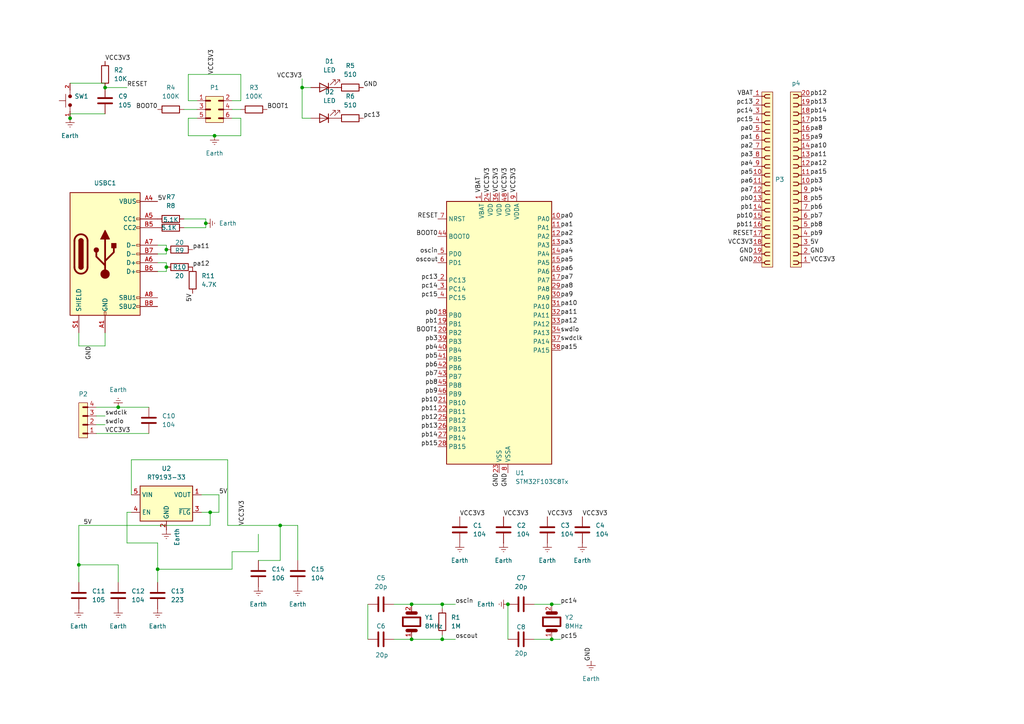
<source format=kicad_sch>
(kicad_sch (version 20250114) (generator "eeschema") (generator_version "9.0")
  (paper "A4")
  (lib_symbols
    (symbol "Connector:USB_C_Receptacle_USB2.0_16P" (pin_names (offset 1.016))
      (property "Reference" "J" (at 0 22.225 0))
      (property "Value" "USB_C_Receptacle_USB2.0_16P" (at 0 19.685 0))
      (symbol "USB_C_Receptacle_USB2.0_16P_0_0"
        (rectangle (start -0.254 -17.78) (end 0.254 -16.764))
        (rectangle (start 10.16 15.494) (end 9.144 14.986))
        (rectangle (start 10.16 10.414) (end 9.144 9.906))
        (rectangle (start 10.16 7.874) (end 9.144 7.366))
        (rectangle (start 10.16 2.794) (end 9.144 2.286))
        (rectangle (start 10.16 0.254) (end 9.144 -0.254))
        (rectangle (start 10.16 -2.286) (end 9.144 -2.794))
        (rectangle (start 10.16 -4.826) (end 9.144 -5.334))
        (rectangle (start 10.16 -12.446) (end 9.144 -12.954))
        (rectangle (start 10.16 -14.986) (end 9.144 -15.494))
      )
      (symbol "USB_C_Receptacle_USB2.0_16P_0_1"
        (rectangle (start -10.16 17.78) (end 10.16 -17.78) (stroke (width 0.254)) (fill (type background)))
        (polyline (pts (xy -8.89 -3.81) (xy -8.89 3.81)) (stroke (width 0.508)))
        (rectangle (start -7.62 -3.81) (end -6.35 3.81) (stroke (width 0.254)) (fill (type outline)))
        (arc (start -7.62 3.81) (mid -6.985 4.4423) (end -6.35 3.81) (stroke (width 0.254)))
        (arc (start -7.62 3.81) (mid -6.985 4.4423) (end -6.35 3.81) (stroke (width 0.254)) (fill (type outline)))
        (arc (start -8.89 3.81) (mid -6.985 5.7067) (end -5.08 3.81) (stroke (width 0.508)))
        (arc (start -5.08 -3.81) (mid -6.985 -5.7067) (end -8.89 -3.81) (stroke (width 0.508)))
        (arc (start -6.35 -3.81) (mid -6.985 -4.4423) (end -7.62 -3.81) (stroke (width 0.254)))
        (arc (start -6.35 -3.81) (mid -6.985 -4.4423) (end -7.62 -3.81) (stroke (width 0.254)) (fill (type outline)))
        (polyline (pts (xy -5.08 3.81) (xy -5.08 -3.81)) (stroke (width 0.508)))
        (circle (center -2.54 1.143) (radius 0.635) (stroke (width 0.254)) (fill (type outline)))
        (polyline (pts (xy -1.27 4.318) (xy 0 6.858) (xy 1.27 4.318) (xy -1.27 4.318)) (stroke (width 0.254)) (fill (type outline)))
        (polyline (pts (xy 0 -2.032) (xy 2.54 0.508) (xy 2.54 1.778)) (stroke (width 0.508)))
        (polyline (pts (xy 0 -3.302) (xy -2.54 -0.762) (xy -2.54 0.508)) (stroke (width 0.508)))
        (polyline (pts (xy 0 -5.842) (xy 0 4.318)) (stroke (width 0.508)))
        (circle (center 0 -5.842) (radius 1.27) (fill (type outline)))
        (rectangle (start 1.905 1.778) (end 3.175 3.048) (stroke (width 0.254)) (fill (type outline)))
      )
      (symbol "USB_C_Receptacle_USB2.0_16P_1_1"
        (pin passive line (at -7.62 -22.86 90) (length 5.08) (name "SHIELD") (number "S1"))
        (pin passive line (at 0 -22.86 90) (length 5.08) (name "GND") (number "A1"))
        (pin passive line (at 0 -22.86 90) (length 5.08) (hide yes) (name "GND") (number "A12"))
        (pin passive line (at 0 -22.86 90) (length 5.08) (hide yes) (name "GND") (number "B1"))
        (pin passive line (at 0 -22.86 90) (length 5.08) (hide yes) (name "GND") (number "B12"))
        (pin passive line (at 15.24 15.24 180) (length 5.08) (name "VBUS") (number "A4"))
        (pin passive line (at 15.24 15.24 180) (length 5.08) (hide yes) (name "VBUS") (number "A9"))
        (pin passive line (at 15.24 15.24 180) (length 5.08) (hide yes) (name "VBUS") (number "B4"))
        (pin passive line (at 15.24 15.24 180) (length 5.08) (hide yes) (name "VBUS") (number "B9"))
        (pin bidirectional line (at 15.24 10.16 180) (length 5.08) (name "CC1") (number "A5"))
        (pin bidirectional line (at 15.24 7.62 180) (length 5.08) (name "CC2") (number "B5"))
        (pin bidirectional line (at 15.24 2.54 180) (length 5.08) (name "D-") (number "A7"))
        (pin bidirectional line (at 15.24 0 180) (length 5.08) (name "D-") (number "B7"))
        (pin bidirectional line (at 15.24 -2.54 180) (length 5.08) (name "D+") (number "A6"))
        (pin bidirectional line (at 15.24 -5.08 180) (length 5.08) (name "D+") (number "B6"))
        (pin bidirectional line (at 15.24 -12.7 180) (length 5.08) (name "SBU1") (number "A8"))
        (pin bidirectional line (at 15.24 -15.24 180) (length 5.08) (name "SBU2") (number "B8"))
      )
    )
    (symbol "Device:C" (pin_numbers (hide yes)) (pin_names (offset 0.254))
      (property "Reference" "C" (at 0.635 2.54 0))
      (property "Value" "C" (at 0.635 -2.54 0))
      (symbol "C_0_1"
        (polyline (pts (xy -2.032 0.762) (xy 2.032 0.762)) (stroke (width 0.508)))
        (polyline (pts (xy -2.032 -0.762) (xy 2.032 -0.762)) (stroke (width 0.508)))
      )
      (symbol "C_1_1"
        (pin passive line (at 0 3.81 270) (length 2.794) (name "~") (number "1"))
        (pin passive line (at 0 -3.81 90) (length 2.794) (name "~") (number "2"))
      )
    )
    (symbol "Device:LED" (pin_numbers (hide yes)) (pin_names (offset 1.016) (hide yes))
      (property "Reference" "D" (at 0 2.54 0))
      (property "Value" "LED" (at 0 -2.54 0))
      (symbol "LED_0_1"
        (polyline (pts (xy -3.048 -0.762) (xy -4.572 -2.286) (xy -3.81 -2.286) (xy -4.572 -2.286) (xy -4.572 -1.524)))
        (polyline (pts (xy -1.778 -0.762) (xy -3.302 -2.286) (xy -2.54 -2.286) (xy -3.302 -2.286) (xy -3.302 -1.524)))
        (polyline (pts (xy -1.27 0) (xy 1.27 0)))
        (polyline (pts (xy -1.27 -1.27) (xy -1.27 1.27)) (stroke (width 0.254)))
        (polyline (pts (xy 1.27 -1.27) (xy 1.27 1.27) (xy -1.27 0) (xy 1.27 -1.27)) (stroke (width 0.254)))
      )
      (symbol "LED_1_1"
        (pin passive line (at -3.81 0 0) (length 2.54) (name "K") (number "1"))
        (pin passive line (at 3.81 0 180) (length 2.54) (name "A") (number "2"))
      )
    )
    (symbol "Device:R" (pin_numbers (hide yes)) (pin_names (offset 0))
      (property "Reference" "R" (at 2.032 0 90))
      (property "Value" "R" (at 0 0 90))
      (symbol "R_0_1"
        (rectangle (start -1.016 -2.54) (end 1.016 2.54) (stroke (width 0.254)))
      )
      (symbol "R_1_1"
        (pin passive line (at 0 3.81 270) (length 1.27) (name "~") (number "1"))
        (pin passive line (at 0 -3.81 90) (length 1.27) (name "~") (number "2"))
      )
    )
    (symbol "MCU_ST_STM32F1:STM32F103C8Tx"
      (property "Reference" "U" (at -15.24 39.37 0))
      (property "Value" "STM32F103C8Tx" (at 7.62 39.37 0))
      (symbol "STM32F103C8Tx_0_1"
        (rectangle (start -15.24 -38.1) (end 15.24 38.1) (stroke (width 0.254)) (fill (type background)))
      )
      (symbol "STM32F103C8Tx_1_1"
        (pin input line (at -17.78 33.02 0) (length 2.54) (name "NRST") (number "7"))
        (pin input line (at -17.78 27.94 0) (length 2.54) (name "BOOT0") (number "44"))
        (pin bidirectional line (at -17.78 22.86 0) (length 2.54) (name "PD0") (number "5"))
        (pin bidirectional line (at -17.78 20.32 0) (length 2.54) (name "PD1") (number "6"))
        (pin bidirectional line (at -17.78 15.24 0) (length 2.54) (name "PC13") (number "2"))
        (pin bidirectional line (at -17.78 12.7 0) (length 2.54) (name "PC14") (number "3"))
        (pin bidirectional line (at -17.78 10.16 0) (length 2.54) (name "PC15") (number "4"))
        (pin bidirectional line (at -17.78 5.08 0) (length 2.54) (name "PB0") (number "18"))
        (pin bidirectional line (at -17.78 2.54 0) (length 2.54) (name "PB1") (number "19"))
        (pin bidirectional line (at -17.78 0 0) (length 2.54) (name "PB2") (number "20"))
        (pin bidirectional line (at -17.78 -2.54 0) (length 2.54) (name "PB3") (number "39"))
        (pin bidirectional line (at -17.78 -5.08 0) (length 2.54) (name "PB4") (number "40"))
        (pin bidirectional line (at -17.78 -7.62 0) (length 2.54) (name "PB5") (number "41"))
        (pin bidirectional line (at -17.78 -10.16 0) (length 2.54) (name "PB6") (number "42"))
        (pin bidirectional line (at -17.78 -12.7 0) (length 2.54) (name "PB7") (number "43"))
        (pin bidirectional line (at -17.78 -15.24 0) (length 2.54) (name "PB8") (number "45"))
        (pin bidirectional line (at -17.78 -17.78 0) (length 2.54) (name "PB9") (number "46"))
        (pin bidirectional line (at -17.78 -20.32 0) (length 2.54) (name "PB10") (number "21"))
        (pin bidirectional line (at -17.78 -22.86 0) (length 2.54) (name "PB11") (number "22"))
        (pin bidirectional line (at -17.78 -25.4 0) (length 2.54) (name "PB12") (number "25"))
        (pin bidirectional line (at -17.78 -27.94 0) (length 2.54) (name "PB13") (number "26"))
        (pin bidirectional line (at -17.78 -30.48 0) (length 2.54) (name "PB14") (number "27"))
        (pin bidirectional line (at -17.78 -33.02 0) (length 2.54) (name "PB15") (number "28"))
        (pin power_in line (at -5.08 40.64 270) (length 2.54) (name "VBAT") (number "1"))
        (pin power_in line (at -2.54 40.64 270) (length 2.54) (name "VDD") (number "24"))
        (pin power_in line (at 0 40.64 270) (length 2.54) (name "VDD") (number "36"))
        (pin power_in line (at 0 -40.64 90) (length 2.54) (name "VSS") (number "23"))
        (pin passive line (at 0 -40.64 90) (length 2.54) (hide yes) (name "VSS") (number "35"))
        (pin passive line (at 0 -40.64 90) (length 2.54) (hide yes) (name "VSS") (number "47"))
        (pin power_in line (at 2.54 40.64 270) (length 2.54) (name "VDD") (number "48"))
        (pin power_in line (at 2.54 -40.64 90) (length 2.54) (name "VSSA") (number "8"))
        (pin power_in line (at 5.08 40.64 270) (length 2.54) (name "VDDA") (number "9"))
        (pin bidirectional line (at 17.78 33.02 180) (length 2.54) (name "PA0") (number "10"))
        (pin bidirectional line (at 17.78 30.48 180) (length 2.54) (name "PA1") (number "11"))
        (pin bidirectional line (at 17.78 27.94 180) (length 2.54) (name "PA2") (number "12"))
        (pin bidirectional line (at 17.78 25.4 180) (length 2.54) (name "PA3") (number "13"))
        (pin bidirectional line (at 17.78 22.86 180) (length 2.54) (name "PA4") (number "14"))
        (pin bidirectional line (at 17.78 20.32 180) (length 2.54) (name "PA5") (number "15"))
        (pin bidirectional line (at 17.78 17.78 180) (length 2.54) (name "PA6") (number "16"))
        (pin bidirectional line (at 17.78 15.24 180) (length 2.54) (name "PA7") (number "17"))
        (pin bidirectional line (at 17.78 12.7 180) (length 2.54) (name "PA8") (number "29"))
        (pin bidirectional line (at 17.78 10.16 180) (length 2.54) (name "PA9") (number "30"))
        (pin bidirectional line (at 17.78 7.62 180) (length 2.54) (name "PA10") (number "31"))
        (pin bidirectional line (at 17.78 5.08 180) (length 2.54) (name "PA11") (number "32"))
        (pin bidirectional line (at 17.78 2.54 180) (length 2.54) (name "PA12") (number "33"))
        (pin bidirectional line (at 17.78 0 180) (length 2.54) (name "PA13") (number "34"))
        (pin bidirectional line (at 17.78 -2.54 180) (length 2.54) (name "PA14") (number "37"))
        (pin bidirectional line (at 17.78 -5.08 180) (length 2.54) (name "PA15") (number "38"))
      )
    )
    (symbol "PCM_SL_Devices:Crystal_8MHz"
      (property "Reference" "Y" (at 0 7.62 0))
      (property "Value" "Crystal_8MHz" (at 0 5.08 0))
      (symbol "Crystal_8MHz_0_1"
        (polyline (pts (xy -2.54 1.27) (xy -2.54 -1.27)) (stroke (width 1)))
        (rectangle (start -1.27 2.54) (end 1.27 -2.54) (stroke (width 0.5)))
        (polyline (pts (xy 2.54 1.27) (xy 2.54 -1.27)) (stroke (width 1)))
      )
      (symbol "Crystal_8MHz_1_1"
        (pin passive line (at -5.08 0 0) (length 2.54) (name "") (number "1"))
        (pin passive line (at 5.08 0 180) (length 2.54) (name "") (number "2"))
      )
    )
    (symbol "PCM_SL_Devices:Push_Button"
      (property "Reference" "SW" (at 0 6.35 0))
      (property "Value" "Push_Button" (at 0 4.445 0))
      (symbol "Push_Button_0_1"
        (polyline (pts (xy -3.175 0) (xy -1.778 0)))
        (polyline (pts (xy -1.905 1.27) (xy 1.905 1.27)))
        (circle (center -1.27 0) (radius 0.4579) (fill (type outline)))
        (polyline (pts (xy 0 1.27) (xy 0 3.175)))
        (circle (center 1.27 0) (radius 0.4579) (fill (type outline)))
        (polyline (pts (xy 1.778 0) (xy 3.175 0)))
      )
      (symbol "Push_Button_1_1"
        (pin passive line (at -5.08 0 0) (length 2) (name "") (number "1"))
        (pin passive line (at 5.08 0 180) (length 2) (name "") (number "2"))
      )
    )
    (symbol "PCM_SL_Pin_Headers:PINHD_1x20_Female"
      (property "Reference" "J" (at 0 30.48 0))
      (property "Value" "PINHD_1x20_Female" (at 0 27.94 0))
      (symbol "PINHD_1x20_Female_0_1"
        (rectangle (start -1.27 25.4) (end 1.905 -25.4) (fill (type background)))
        (polyline (pts (xy -1.27 24.13) (xy -0.508 24.13)) (stroke (width 0.25)))
        (polyline (pts (xy -1.27 21.59) (xy -0.508 21.59)) (stroke (width 0.25)))
        (polyline (pts (xy -1.27 19.05) (xy -0.508 19.05)) (stroke (width 0.25)))
        (polyline (pts (xy -1.27 16.51) (xy -0.508 16.51)) (stroke (width 0.25)))
        (polyline (pts (xy -1.27 13.97) (xy -0.508 13.97)) (stroke (width 0.25)))
        (polyline (pts (xy -1.27 11.43) (xy -0.508 11.43)) (stroke (width 0.25)))
        (polyline (pts (xy -1.27 8.89) (xy -0.508 8.89)) (stroke (width 0.25)))
        (polyline (pts (xy -1.27 6.35) (xy -0.508 6.35)) (stroke (width 0.25)))
        (polyline (pts (xy -1.27 3.81) (xy -0.508 3.81)) (stroke (width 0.25)))
        (polyline (pts (xy -1.27 1.27) (xy -0.508 1.27)) (stroke (width 0.25)))
        (polyline (pts (xy -1.27 -1.27) (xy -0.508 -1.27)) (stroke (width 0.25)))
        (polyline (pts (xy -1.27 -3.81) (xy -0.508 -3.81)) (stroke (width 0.25)))
        (polyline (pts (xy -1.27 -6.35) (xy -0.508 -6.35)) (stroke (width 0.25)))
        (polyline (pts (xy -1.27 -8.89) (xy -0.508 -8.89)) (stroke (width 0.25)))
        (polyline (pts (xy -1.27 -11.43) (xy -0.508 -11.43)) (stroke (width 0.25)))
        (polyline (pts (xy -1.27 -13.97) (xy -0.508 -13.97)) (stroke (width 0.25)))
        (polyline (pts (xy -1.27 -16.51) (xy -0.508 -16.51)) (stroke (width 0.25)))
        (polyline (pts (xy -1.27 -19.05) (xy -0.508 -19.05)) (stroke (width 0.25)))
        (polyline (pts (xy -1.27 -21.59) (xy -0.508 -21.59)) (stroke (width 0.25)))
        (polyline (pts (xy -1.27 -24.13) (xy -0.508 -24.13)) (stroke (width 0.25)))
        (polyline (pts (xy 0 24.638) (xy 1.016 24.638)) (stroke (width 0.25)))
        (arc (start -0.508 24.13) (mid -0.3592 24.4892) (end 0 24.638) (stroke (width 0.25)))
        (arc (start 0 23.622) (mid -0.3592 23.7708) (end -0.508 24.13) (stroke (width 0.25)))
        (polyline (pts (xy 0 23.622) (xy 1.016 23.622)) (stroke (width 0.25)))
        (polyline (pts (xy 0 22.098) (xy 1.016 22.098)) (stroke (width 0.25)))
        (arc (start -0.508 21.59) (mid -0.3592 21.9492) (end 0 22.098) (stroke (width 0.25)))
        (arc (start 0 21.082) (mid -0.3592 21.2308) (end -0.508 21.59) (stroke (width 0.25)))
        (polyline (pts (xy 0 21.082) (xy 1.016 21.082)) (stroke (width 0.25)))
        (polyline (pts (xy 0 19.558) (xy 1.016 19.558)) (stroke (width 0.25)))
        (arc (start -0.508 19.05) (mid -0.3592 19.4092) (end 0 19.558) (stroke (width 0.25)))
        (arc (start 0 18.542) (mid -0.3592 18.6908) (end -0.508 19.05) (stroke (width 0.25)))
        (polyline (pts (xy 0 18.542) (xy 1.016 18.542)) (stroke (width 0.25)))
        (polyline (pts (xy 0 17.018) (xy 1.016 17.018)) (stroke (width 0.25)))
        (arc (start -0.508 16.51) (mid -0.3592 16.8692) (end 0 17.018) (stroke (width 0.25)))
        (arc (start 0 16.002) (mid -0.3592 16.1508) (end -0.508 16.51) (stroke (width 0.25)))
        (polyline (pts (xy 0 16.002) (xy 1.016 16.002)) (stroke (width 0.25)))
        (polyline (pts (xy 0 14.478) (xy 1.016 14.478)) (stroke (width 0.25)))
        (arc (start -0.508 13.97) (mid -0.3592 14.3292) (end 0 14.478) (stroke (width 0.25)))
        (arc (start 0 13.462) (mid -0.3592 13.6108) (end -0.508 13.97) (stroke (width 0.25)))
        (polyline (pts (xy 0 13.462) (xy 1.016 13.462)) (stroke (width 0.25)))
        (polyline (pts (xy 0 11.938) (xy 1.016 11.938)) (stroke (width 0.25)))
        (arc (start -0.508 11.43) (mid -0.3592 11.7892) (end 0 11.938) (stroke (width 0.25)))
        (arc (start 0 10.922) (mid -0.3592 11.0708) (end -0.508 11.43) (stroke (width 0.25)))
        (polyline (pts (xy 0 10.922) (xy 1.016 10.922)) (stroke (width 0.25)))
        (polyline (pts (xy 0 9.398) (xy 1.016 9.398)) (stroke (width 0.25)))
        (arc (start -0.508 8.89) (mid -0.3592 9.2492) (end 0 9.398) (stroke (width 0.25)))
        (arc (start 0 8.382) (mid -0.3592 8.5308) (end -0.508 8.89) (stroke (width 0.25)))
        (polyline (pts (xy 0 8.382) (xy 1.016 8.382)) (stroke (width 0.25)))
        (polyline (pts (xy 0 6.858) (xy 1.016 6.858)) (stroke (width 0.25)))
        (arc (start -0.508 6.35) (mid -0.3592 6.7092) (end 0 6.858) (stroke (width 0.25)))
        (arc (start 0 5.842) (mid -0.3592 5.9908) (end -0.508 6.35) (stroke (width 0.25)))
        (polyline (pts (xy 0 5.842) (xy 1.016 5.842)) (stroke (width 0.25)))
        (polyline (pts (xy 0 4.318) (xy 1.016 4.318)) (stroke (width 0.25)))
        (arc (start -0.508 3.81) (mid -0.3592 4.1692) (end 0 4.318) (stroke (width 0.25)))
        (arc (start 0 3.302) (mid -0.3592 3.4508) (end -0.508 3.81) (stroke (width 0.25)))
        (polyline (pts (xy 0 3.302) (xy 1.016 3.302)) (stroke (width 0.25)))
        (polyline (pts (xy 0 1.778) (xy 1.016 1.778)) (stroke (width 0.25)))
        (arc (start -0.508 1.27) (mid -0.3592 1.6292) (end 0 1.778) (stroke (width 0.25)))
        (arc (start 0 0.762) (mid -0.3592 0.9108) (end -0.508 1.27) (stroke (width 0.25)))
        (polyline (pts (xy 0 0.762) (xy 1.016 0.762)) (stroke (width 0.25)))
        (polyline (pts (xy 0 -0.762) (xy 1.016 -0.762)) (stroke (width 0.25)))
        (arc (start -0.508 -1.27) (mid -0.3592 -0.9108) (end 0 -0.762) (stroke (width 0.25)))
        (arc (start 0 -1.778) (mid -0.3592 -1.6292) (end -0.508 -1.27) (stroke (width 0.25)))
        (polyline (pts (xy 0 -1.778) (xy 1.016 -1.778)) (stroke (width 0.25)))
        (polyline (pts (xy 0 -3.302) (xy 1.016 -3.302)) (stroke (width 0.25)))
        (arc (start -0.508 -3.81) (mid -0.3592 -3.4508) (end 0 -3.302) (stroke (width 0.25)))
        (arc (start 0 -4.318) (mid -0.3592 -4.1692) (end -0.508 -3.81) (stroke (width 0.25)))
        (polyline (pts (xy 0 -4.318) (xy 1.016 -4.318)) (stroke (width 0.25)))
        (polyline (pts (xy 0 -5.842) (xy 1.016 -5.842)) (stroke (width 0.25)))
        (arc (start -0.508 -6.35) (mid -0.3592 -5.9908) (end 0 -5.842) (stroke (width 0.25)))
        (arc (start 0 -6.858) (mid -0.3592 -6.7092) (end -0.508 -6.35) (stroke (width 0.25)))
        (polyline (pts (xy 0 -6.858) (xy 1.016 -6.858)) (stroke (width 0.25)))
        (polyline (pts (xy 0 -8.382) (xy 1.016 -8.382)) (stroke (width 0.25)))
        (arc (start -0.508 -8.89) (mid -0.3592 -8.5308) (end 0 -8.382) (stroke (width 0.25)))
        (arc (start 0 -9.398) (mid -0.3592 -9.2492) (end -0.508 -8.89) (stroke (width 0.25)))
        (polyline (pts (xy 0 -9.398) (xy 1.016 -9.398)) (stroke (width 0.25)))
        (polyline (pts (xy 0 -10.922) (xy 1.016 -10.922)) (stroke (width 0.25)))
        (arc (start -0.508 -11.43) (mid -0.3592 -11.0708) (end 0 -10.922) (stroke (width 0.25)))
        (arc (start 0 -11.938) (mid -0.3592 -11.7892) (end -0.508 -11.43) (stroke (width 0.25)))
        (polyline (pts (xy 0 -11.938) (xy 1.016 -11.938)) (stroke (width 0.25)))
        (polyline (pts (xy 0 -13.462) (xy 1.016 -13.462)) (stroke (width 0.25)))
        (arc (start -0.508 -13.97) (mid -0.3592 -13.6108) (end 0 -13.462) (stroke (width 0.25)))
        (arc (start 0 -14.478) (mid -0.3592 -14.3292) (end -0.508 -13.97) (stroke (width 0.25)))
        (polyline (pts (xy 0 -14.478) (xy 1.016 -14.478)) (stroke (width 0.25)))
        (polyline (pts (xy 0 -16.002) (xy 1.016 -16.002)) (stroke (width 0.25)))
        (arc (start -0.508 -16.51) (mid -0.3592 -16.1508) (end 0 -16.002) (stroke (width 0.25)))
        (arc (start 0 -17.018) (mid -0.3592 -16.8692) (end -0.508 -16.51) (stroke (width 0.25)))
        (polyline (pts (xy 0 -17.018) (xy 1.016 -17.018)) (stroke (width 0.25)))
        (polyline (pts (xy 0 -18.542) (xy 1.016 -18.542)) (stroke (width 0.25)))
        (arc (start -0.508 -19.05) (mid -0.3592 -18.6908) (end 0 -18.542) (stroke (width 0.25)))
        (arc (start 0 -19.558) (mid -0.3592 -19.4092) (end -0.508 -19.05) (stroke (width 0.25)))
        (polyline (pts (xy 0 -19.558) (xy 1.016 -19.558)) (stroke (width 0.25)))
        (polyline (pts (xy 0 -21.082) (xy 1.016 -21.082)) (stroke (width 0.25)))
        (arc (start -0.508 -21.59) (mid -0.3592 -21.2308) (end 0 -21.082) (stroke (width 0.25)))
        (arc (start 0 -22.098) (mid -0.3592 -21.9492) (end -0.508 -21.59) (stroke (width 0.25)))
        (polyline (pts (xy 0 -22.098) (xy 1.016 -22.098)) (stroke (width 0.25)))
        (polyline (pts (xy 0 -23.622) (xy 1.016 -23.622)) (stroke (width 0.25)))
        (arc (start -0.508 -24.13) (mid -0.3592 -23.7708) (end 0 -23.622) (stroke (width 0.25)))
        (arc (start 0 -24.638) (mid -0.3592 -24.4892) (end -0.508 -24.13) (stroke (width 0.25)))
        (polyline (pts (xy 0 -24.638) (xy 1.016 -24.638)) (stroke (width 0.25)))
      )
      (symbol "PINHD_1x20_Female_1_1"
        (pin passive line (at -3.81 24.13 0) (length 2.54) (name "") (number "1"))
        (pin passive line (at -3.81 21.59 0) (length 2.54) (name "") (number "2"))
        (pin passive line (at -3.81 19.05 0) (length 2.54) (name "") (number "3"))
        (pin passive line (at -3.81 16.51 0) (length 2.54) (name "") (number "4"))
        (pin passive line (at -3.81 13.97 0) (length 2.54) (name "") (number "5"))
        (pin passive line (at -3.81 11.43 0) (length 2.54) (name "") (number "6"))
        (pin passive line (at -3.81 8.89 0) (length 2.54) (name "") (number "7"))
        (pin passive line (at -3.81 6.35 0) (length 2.54) (name "") (number "8"))
        (pin passive line (at -3.81 3.81 0) (length 2.54) (name "") (number "9"))
        (pin passive line (at -3.81 1.27 0) (length 2.54) (name "") (number "10"))
        (pin passive line (at -3.81 -1.27 0) (length 2.54) (name "") (number "11"))
        (pin passive line (at -3.81 -3.81 0) (length 2.54) (name "") (number "12"))
        (pin passive line (at -3.81 -6.35 0) (length 2.54) (name "") (number "13"))
        (pin passive line (at -3.81 -8.89 0) (length 2.54) (name "") (number "14"))
        (pin passive line (at -3.81 -11.43 0) (length 2.54) (name "") (number "15"))
        (pin passive line (at -3.81 -13.97 0) (length 2.54) (name "") (number "16"))
        (pin passive line (at -3.81 -16.51 0) (length 2.54) (name "") (number "17"))
        (pin passive line (at -3.81 -19.05 0) (length 2.54) (name "") (number "18"))
        (pin passive line (at -3.81 -21.59 0) (length 2.54) (name "") (number "19"))
        (pin passive line (at -3.81 -24.13 0) (length 2.54) (name "") (number "20"))
      )
    )
    (symbol "PCM_SL_Pin_Headers:PINHD_1x4_Male"
      (property "Reference" "J" (at 0 8.89 0))
      (property "Value" "PINHD_1x4_Male" (at 0 6.35 0))
      (symbol "PINHD_1x4_Male_0_1"
        (rectangle (start -1.27 5.08) (end 1.27 -5.08) (fill (type background)))
        (polyline (pts (xy -1.27 3.81) (xy 0 3.81)) (stroke (width 0.3)))
        (polyline (pts (xy -1.27 3.81) (xy 0 3.81)) (stroke (width 0.5)))
        (polyline (pts (xy -1.27 1.27) (xy 0 1.27)) (stroke (width 0.3)))
        (polyline (pts (xy -1.27 1.27) (xy 0 1.27)) (stroke (width 0.5)))
        (polyline (pts (xy -1.27 -1.27) (xy 0 -1.27)) (stroke (width 0.3)))
        (polyline (pts (xy -1.27 -1.27) (xy 0 -1.27)) (stroke (width 0.5)))
        (polyline (pts (xy -1.27 -3.81) (xy 0 -3.81)) (stroke (width 0.3)))
        (polyline (pts (xy -1.27 -3.81) (xy 0 -3.81)) (stroke (width 0.5)))
      )
      (symbol "PINHD_1x4_Male_1_1"
        (pin passive line (at -3.81 3.81 0) (length 2.54) (name "") (number "1"))
        (pin passive line (at -3.81 1.27 0) (length 2.54) (name "") (number "2"))
        (pin passive line (at -3.81 -1.27 0) (length 2.54) (name "") (number "3"))
        (pin passive line (at -3.81 -3.81 0) (length 2.54) (name "") (number "4"))
      )
    )
    (symbol "PCM_SL_Pin_Headers:PINHD_2x3_Male"
      (property "Reference" "J" (at -1.27 6.35 0))
      (property "Value" "PINHD_2x3_Male" (at -1.27 3.81 0))
      (symbol "PINHD_2x3_Male_0_1"
        (rectangle (start -2.54 2.54) (end 2.54 -5.08) (fill (type background)))
        (polyline (pts (xy -2.54 1.27) (xy -1.27 1.27)) (stroke (width 0.5)))
        (polyline (pts (xy -2.54 -1.27) (xy -1.27 -1.27)) (stroke (width 0.3)))
        (polyline (pts (xy -2.54 -1.27) (xy -1.27 -1.27)) (stroke (width 0.5)))
        (polyline (pts (xy -2.54 -3.81) (xy -1.27 -3.81)) (stroke (width 0.5)))
        (polyline (pts (xy 1.27 1.27) (xy 2.54 1.27)) (stroke (width 0.5)))
        (polyline (pts (xy 1.27 -1.27) (xy 2.54 -1.27)) (stroke (width 0.5)))
        (polyline (pts (xy 1.27 -3.81) (xy 2.54 -3.81)) (stroke (width 0.5)))
      )
      (symbol "PINHD_2x3_Male_1_1"
        (pin passive line (at -5.08 1.27 0) (length 2.54) (name "") (number "1"))
        (pin passive line (at -5.08 -1.27 0) (length 2.54) (name "") (number "3"))
        (pin passive line (at -5.08 -3.81 0) (length 2.54) (name "") (number "5"))
        (pin passive line (at 5.08 1.27 180) (length 2.54) (name "") (number "2"))
        (pin passive line (at 5.08 -1.27 180) (length 2.54) (name "") (number "4"))
        (pin passive line (at 5.08 -3.81 180) (length 2.54) (name "") (number "6"))
      )
    )
    (symbol "Power_Management:RT9742AGJ5F"
      (property "Reference" "U" (at 0 10.16 0))
      (property "Value" "RT9742AGJ5F" (at 0 7.62 0))
      (symbol "RT9742AGJ5F_0_1"
        (rectangle (start -7.62 5.08) (end 7.62 -5.08) (stroke (width 0.254)) (fill (type background)))
      )
      (symbol "RT9742AGJ5F_1_1"
        (pin power_in line (at -10.16 2.54 0) (length 2.54) (name "VIN") (number "5"))
        (pin input line (at -10.16 -2.54 0) (length 2.54) (name "EN") (number "4"))
        (pin power_in line (at 0 -7.62 90) (length 2.54) (name "GND") (number "2"))
        (pin power_out line (at 10.16 2.54 180) (length 2.54) (name "VOUT") (number "1"))
        (pin open_collector line (at 10.16 -2.54 180) (length 2.54) (name "~{FLG}") (number "3"))
      )
    )
    (symbol "power:Earth" (power) (pin_numbers (hide yes)) (pin_names (offset 0) (hide yes))
      (property "Value" "Earth" (at 0 -3.81 0))
      (symbol "Earth_0_1"
        (polyline (pts (xy -0.635 -1.905) (xy 0.635 -1.905)))
        (polyline (pts (xy -0.127 -2.54) (xy 0.127 -2.54)))
        (polyline (pts (xy 0 -1.27) (xy 0 0)))
        (polyline (pts (xy 1.27 -1.27) (xy -1.27 -1.27)))
      )
      (symbol "Earth_1_1"
        (pin power_in line (at 0 0 270) (length 0) (name "~") (number "1"))
      )
    )
  )
  (junction (at 59.69 64.77))
  (junction (at 128.27 175.26))
  (junction (at 147.32 175.26))
  (junction (at 128.27 185.42))
  (junction (at 34.29 118.11))
  (junction (at 22.86 163.83))
  (junction (at 160.02 185.42))
  (junction (at 45.72 165.1))
  (junction (at 30.48 25.4))
  (junction (at 119.38 185.42))
  (junction (at 20.32 34.29))
  (junction (at 48.26 77.47))
  (junction (at 119.38 175.26))
  (junction (at 62.23 39.37))
  (junction (at 60.96 148.59))
  (junction (at 48.26 72.39))
  (junction (at 160.02 175.26))
  (junction (at 87.63 25.4))
  (junction (at 81.28 152.4))
  (wire (pts (xy 87.63 22.86) (xy 87.63 25.4)))
  (wire (pts (xy 128.27 184.15) (xy 128.27 185.42)))
  (wire (pts (xy 36.83 157.48) (xy 36.83 148.59)))
  (wire (pts (xy 45.72 165.1) (xy 45.72 168.91)))
  (wire (pts (xy 128.27 185.42) (xy 119.38 185.42)))
  (wire (pts (xy 67.31 160.02) (xy 67.31 165.1)))
  (wire (pts (xy 54.61 21.59) (xy 69.85 21.59)))
  (wire (pts (xy 106.68 175.26) (xy 106.68 185.42)))
  (wire (pts (xy 27.94 125.73) (xy 43.18 125.73)))
  (wire (pts (xy 53.34 63.5) (xy 59.69 63.5)))
  (wire (pts (xy 45.72 71.12) (xy 48.26 71.12)))
  (wire (pts (xy 69.85 21.59) (xy 69.85 29.21)))
  (wire (pts (xy 45.72 73.66) (xy 48.26 73.66)))
  (wire (pts (xy 74.93 154.94) (xy 74.93 160.02)))
  (wire (pts (xy 128.27 185.42) (xy 132.08 185.42)))
  (wire (pts (xy 59.69 66.04) (xy 59.69 64.77)))
  (wire (pts (xy 38.1 133.35) (xy 66.04 133.35)))
  (wire (pts (xy 81.28 152.4) (xy 86.36 152.4)))
  (wire (pts (xy 114.3 175.26) (xy 119.38 175.26)))
  (wire (pts (xy 63.5 148.59) (xy 60.96 148.59)))
  (wire (pts (xy 66.04 133.35) (xy 66.04 152.4)))
  (wire (pts (xy 74.93 162.56) (xy 81.28 162.56)))
  (wire (pts (xy 67.31 31.75) (xy 69.85 31.75)))
  (wire (pts (xy 74.93 160.02) (xy 67.31 160.02)))
  (wire (pts (xy 67.31 34.29) (xy 69.85 34.29)))
  (wire (pts (xy 60.96 148.59) (xy 58.42 148.59)))
  (wire (pts (xy 22.86 163.83) (xy 22.86 168.91)))
  (wire (pts (xy 20.32 33.02) (xy 20.32 34.29)))
  (wire (pts (xy 54.61 34.29) (xy 54.61 39.37)))
  (wire (pts (xy 27.94 123.19) (xy 30.48 123.19)))
  (wire (pts (xy 30.48 25.4) (xy 36.83 25.4)))
  (wire (pts (xy 69.85 29.21) (xy 67.31 29.21)))
  (wire (pts (xy 48.26 78.74) (xy 48.26 77.47)))
  (wire (pts (xy 87.63 25.4) (xy 90.17 25.4)))
  (wire (pts (xy 147.32 175.26) (xy 147.32 185.42)))
  (wire (pts (xy 160.02 175.26) (xy 162.56 175.26)))
  (wire (pts (xy 53.34 66.04) (xy 59.69 66.04)))
  (wire (pts (xy 69.85 34.29) (xy 69.85 39.37)))
  (wire (pts (xy 48.26 73.66) (xy 48.26 72.39)))
  (wire (pts (xy 59.69 63.5) (xy 59.69 64.77)))
  (wire (pts (xy 45.72 157.48) (xy 36.83 157.48)))
  (wire (pts (xy 87.63 25.4) (xy 87.63 34.29)))
  (wire (pts (xy 54.61 39.37) (xy 62.23 39.37)))
  (wire (pts (xy 34.29 118.11) (xy 27.94 118.11)))
  (wire (pts (xy 63.5 143.51) (xy 58.42 143.51)))
  (wire (pts (xy 22.86 152.4) (xy 60.96 152.4)))
  (wire (pts (xy 128.27 175.26) (xy 128.27 176.53)))
  (wire (pts (xy 48.26 71.12) (xy 48.26 72.39)))
  (wire (pts (xy 48.26 76.2) (xy 48.26 77.47)))
  (wire (pts (xy 160.02 185.42) (xy 162.56 185.42)))
  (wire (pts (xy 22.86 96.52) (xy 22.86 100.33)))
  (wire (pts (xy 60.96 148.59) (xy 60.96 152.4)))
  (wire (pts (xy 67.31 165.1) (xy 45.72 165.1)))
  (wire (pts (xy 69.85 39.37) (xy 62.23 39.37)))
  (wire (pts (xy 38.1 143.51) (xy 38.1 133.35)))
  (wire (pts (xy 154.94 185.42) (xy 160.02 185.42)))
  (wire (pts (xy 22.86 163.83) (xy 22.86 152.4)))
  (wire (pts (xy 36.83 148.59) (xy 38.1 148.59)))
  (wire (pts (xy 34.29 168.91) (xy 34.29 163.83)))
  (wire (pts (xy 45.72 78.74) (xy 48.26 78.74)))
  (wire (pts (xy 22.86 163.83) (xy 34.29 163.83)))
  (wire (pts (xy 87.63 34.29) (xy 90.17 34.29)))
  (wire (pts (xy 27.94 120.65) (xy 30.48 120.65)))
  (wire (pts (xy 30.48 24.13) (xy 30.48 25.4)))
  (wire (pts (xy 53.34 31.75) (xy 57.15 31.75)))
  (wire (pts (xy 66.04 152.4) (xy 81.28 152.4)))
  (wire (pts (xy 34.29 118.11) (xy 43.18 118.11)))
  (wire (pts (xy 20.32 24.13) (xy 30.48 24.13)))
  (wire (pts (xy 114.3 185.42) (xy 119.38 185.42)))
  (wire (pts (xy 22.86 100.33) (xy 30.48 100.33)))
  (wire (pts (xy 128.27 175.26) (xy 132.08 175.26)))
  (wire (pts (xy 57.15 34.29) (xy 54.61 34.29)))
  (wire (pts (xy 30.48 96.52) (xy 30.48 100.33)))
  (wire (pts (xy 86.36 152.4) (xy 86.36 162.56)))
  (wire (pts (xy 81.28 152.4) (xy 81.28 162.56)))
  (wire (pts (xy 45.72 165.1) (xy 45.72 157.48)))
  (wire (pts (xy 119.38 175.26) (xy 128.27 175.26)))
  (wire (pts (xy 154.94 175.26) (xy 160.02 175.26)))
  (wire (pts (xy 57.15 29.21) (xy 54.61 29.21)))
  (wire (pts (xy 54.61 29.21) (xy 54.61 21.59)))
  (wire (pts (xy 30.48 33.02) (xy 20.32 33.02)))
  (wire (pts (xy 45.72 76.2) (xy 48.26 76.2)))
  (wire (pts (xy 63.5 143.51) (xy 63.5 148.59)))
  (label "pa0" (at 162.56 63.5 0))
  (label "pb0" (at 218.44 58.42 180))
  (label "GND" (at 105.41 25.4 0))
  (label "pb15" (at 234.95 35.56 0))
  (label "pc13" (at 105.41 34.29 0))
  (label "pc15" (at 127 86.36 180))
  (label "RESET" (at 127 63.5 180))
  (label "pa7" (at 162.56 81.28 0))
  (label "5V" (at 55.88 85.09 270))
  (label "VCC3V3" (at 30.48 17.78 0))
  (label "5V" (at 26.67 152.4 180))
  (label "pb10" (at 127 116.84 180))
  (label "swdclk" (at 162.56 99.06 0))
  (label "RESET" (at 218.44 68.58 180))
  (label "pc14" (at 162.56 175.26 0))
  (label "pa10" (at 162.56 88.9 0))
  (label "VCC3V3" (at 147.32 55.88 90))
  (label "pa15" (at 234.95 50.8 0))
  (label "pb4" (at 234.95 55.88 0))
  (label "pb10" (at 218.44 63.5 180))
  (label "5V" (at 63.5 143.51 0))
  (label "pb6" (at 127 106.68 180))
  (label "GND" (at 26.67 100.33 270))
  (label "pb9" (at 234.95 68.58 0))
  (label "pb14" (at 127 127 180))
  (label "GND" (at 171.45 191.77 90))
  (label "oscin" (at 127 73.66 180))
  (label "pa15" (at 162.56 101.6 0))
  (label "pb12" (at 234.95 27.94 0))
  (label "GND" (at 218.44 73.66 180))
  (label "5V" (at 45.72 58.42 0))
  (label "pc14" (at 218.44 33.02 180))
  (label "VCC3V3" (at 149.86 55.88 90))
  (label "oscin" (at 132.08 175.26 0))
  (label "pb8" (at 234.95 66.04 0))
  (label "pb11" (at 218.44 66.04 180))
  (label "VCC3V3" (at 168.91 149.86 0))
  (label "pa6" (at 218.44 53.34 180))
  (label "pb6" (at 234.95 60.96 0))
  (label "VCC3V3" (at 218.44 71.12 180))
  (label "VCC3V3" (at 62.23 21.59 90))
  (label "VCC3V3" (at 144.78 55.88 90))
  (label "pb4" (at 127 101.6 180))
  (label "pa12" (at 234.95 48.26 0))
  (label "pa1" (at 218.44 40.64 180))
  (label "VCC3V3" (at 234.95 76.2 0))
  (label "oscout" (at 132.08 185.42 0))
  (label "VCC3V3" (at 133.35 149.86 0))
  (label "pa3" (at 218.44 45.72 180))
  (label "pb11" (at 127 119.38 180))
  (label "VCC3V3" (at 87.63 22.86 180))
  (label "pb1" (at 127 93.98 180))
  (label "pb15" (at 127 129.54 180))
  (label "pb14" (at 234.95 33.02 0))
  (label "pb13" (at 234.95 30.48 0))
  (label "pa9" (at 234.95 40.64 0))
  (label "pc13" (at 127 81.28 180))
  (label "pa12" (at 162.56 93.98 0))
  (label "pb3" (at 234.95 53.34 0))
  (label "pa0" (at 218.44 38.1 180))
  (label "pa5" (at 162.56 76.2 0))
  (label "pb12" (at 127 121.92 180))
  (label "pa2" (at 218.44 43.18 180))
  (label "VCC3V3" (at 158.75 149.86 0))
  (label "pb9" (at 127 114.3 180))
  (label "BOOT1" (at 127 96.52 180))
  (label "pa11" (at 234.95 45.72 0))
  (label "pa9" (at 162.56 86.36 0))
  (label "pc14" (at 127 83.82 180))
  (label "pa1" (at 162.56 66.04 0))
  (label "pb7" (at 234.95 63.5 0))
  (label "pa7" (at 218.44 55.88 180))
  (label "pb13" (at 127 124.46 180))
  (label "swdio" (at 162.56 96.52 0))
  (label "BOOT1" (at 77.47 31.75 0))
  (label "pa4" (at 218.44 48.26 180))
  (label "VBAT" (at 139.7 55.88 90))
  (label "pc13" (at 218.44 30.48 180))
  (label "pc15" (at 162.56 185.42 0))
  (label "pa2" (at 162.56 68.58 0))
  (label "pa6" (at 162.56 78.74 0))
  (label "pb7" (at 127 109.22 180))
  (label "pb1" (at 218.44 60.96 180))
  (label "5V" (at 234.95 71.12 0))
  (label "RESET" (at 36.83 25.4 0))
  (label "swdio" (at 30.48 123.19 0))
  (label "BOOT0" (at 127 68.58 180))
  (label "pa8" (at 234.95 38.1 0))
  (label "VCC3V3" (at 142.24 55.88 90))
  (label "pa8" (at 162.56 83.82 0))
  (label "pb3" (at 127 99.06 180))
  (label "pb5" (at 127 104.14 180))
  (label "VCC3V3" (at 30.48 125.73 0))
  (label "pa4" (at 162.56 73.66 0))
  (label "VBAT" (at 218.44 27.94 180))
  (label "pa10" (at 234.95 43.18 0))
  (label "VCC3V3" (at 146.05 149.86 0))
  (label "pb8" (at 127 111.76 180))
  (label "GND" (at 218.44 76.2 180))
  (label "VCC3V3" (at 71.12 152.4 90))
  (label "GND" (at 147.32 137.16 270))
  (label "pa11" (at 55.88 72.39 0))
  (label "GND" (at 144.78 137.16 270))
  (label "pb5" (at 234.95 58.42 0))
  (label "pa12" (at 55.88 77.47 0))
  (label "BOOT0" (at 45.72 31.75 180))
  (label "GND" (at 234.95 73.66 0))
  (label "oscout" (at 127 76.2 180))
  (label "swdclk" (at 30.48 120.65 0))
  (label "pc15" (at 218.44 35.56 180))
  (label "pa3" (at 162.56 71.12 0))
  (label "pa11" (at 162.56 91.44 0))
  (label "pa5" (at 218.44 50.8 180))
  (label "pb0" (at 127 91.44 180))
  (symbol (lib_id "Power_Management:RT9742AGJ5F") (at 48.26 146.05 0) (unit 1)
    (property "Reference" "U2" (at 48.26 135.89 0))
    (property "Value" "RT9193-33" (at 48.26 138.43 0))
    (property "Footprint" "PCM_Package_TO_SOT_SMD_AKL:TSOT-23-5" (effects (hide yes)))
    (property "Datasheet" "https://www.richtek.com/assets/product_file/RT9742/DS9742-10.pdf" (effects (hide yes)))
    (property "Description" "3A, Discharge, Active High EN, TSOT-23-5" (effects (hide yes)))
  )
  (symbol (lib_id "Device:R") (at 128.27 180.34 180) (unit 1)
    (property "Reference" "R1" (at 130.81 179.0699 0) (effects (justify right)))
    (property "Value" "1M" (at 130.81 181.6099 0) (effects (justify right)))
    (property "Footprint" "PCM_Resistor_SMD_AKL:R_0603_1608Metric_Pad1.05x0.95mm_HandSolder" (effects (hide yes)))
    (property "Description" "Resistor" (effects (hide yes)))
  )
  (symbol (lib_id "power:Earth") (at 45.72 176.53 0) (unit 1)
    (property "Reference" "#PWR015" (effects (hide yes)))
    (property "Value" "Earth" (at 45.72 181.61 0))
    (property "Description" "Power symbol creates a global label with name \"Earth\"" (effects (hide yes)))
  )
  (symbol (lib_id "power:Earth") (at 62.23 39.37 0) (unit 1)
    (property "Reference" "#PWR08" (effects (hide yes)))
    (property "Value" "Earth" (at 62.23 44.45 0))
    (property "Description" "Power symbol creates a global label with name \"Earth\"" (effects (hide yes)))
  )
  (symbol (lib_id "Device:C") (at 45.72 172.72 180) (unit 1)
    (property "Reference" "C13" (at 49.53 171.4499 0) (effects (justify right)))
    (property "Value" "223" (at 49.53 173.9899 0) (effects (justify right)))
    (property "Footprint" "PCM_Capacitor_SMD_AKL:C_0805_2012Metric_Pad1.18x1.45mm_HandSolder" (effects (hide yes)))
    (property "Description" "Unpolarized capacitor" (effects (hide yes)))
  )
  (symbol (lib_id "power:Earth") (at 59.69 64.77 90) (unit 1)
    (property "Reference" "#PWR010" (effects (hide yes)))
    (property "Value" "Earth" (at 63.5 64.7699 90) (effects (justify right)))
    (property "Description" "Power symbol creates a global label with name \"Earth\"" (effects (hide yes)))
  )
  (symbol (lib_id "power:Earth") (at 34.29 176.53 0) (unit 1)
    (property "Reference" "#PWR014" (effects (hide yes)))
    (property "Value" "Earth" (at 34.29 181.61 0))
    (property "Description" "Power symbol creates a global label with name \"Earth\"" (effects (hide yes)))
  )
  (symbol (lib_id "Device:R") (at 30.48 21.59 180) (unit 1)
    (property "Reference" "R2" (at 33.02 20.3199 0) (effects (justify right)))
    (property "Value" "10K" (at 33.02 22.8599 0) (effects (justify right)))
    (property "Footprint" "PCM_Resistor_SMD_AKL:R_0603_1608Metric_Pad1.05x0.95mm_HandSolder" (effects (hide yes)))
    (property "Description" "Resistor" (effects (hide yes)))
  )
  (symbol (lib_id "Device:R") (at 73.66 31.75 90) (unit 1)
    (property "Reference" "R3" (at 73.66 25.4 90))
    (property "Value" "100K" (at 73.66 27.94 90))
    (property "Footprint" "PCM_Resistor_SMD_AKL:R_0603_1608Metric_Pad1.05x0.95mm_HandSolder" (effects (hide yes)))
    (property "Description" "Resistor" (effects (hide yes)))
  )
  (symbol (lib_id "Device:C") (at 168.91 153.67 0) (unit 1)
    (property "Reference" "C4" (at 172.72 152.3999 0) (effects (justify left)))
    (property "Value" "104" (at 172.72 154.9399 0) (effects (justify left)))
    (property "Footprint" "PCM_Capacitor_SMD_AKL:C_0805_2012Metric_Pad1.18x1.45mm_HandSolder" (effects (hide yes)))
    (property "Description" "Unpolarized capacitor" (effects (hide yes)))
  )
  (symbol (lib_id "Device:C") (at 110.49 175.26 90) (unit 1)
    (property "Reference" "C5" (at 110.49 167.64 90))
    (property "Value" "20p" (at 110.49 170.18 90))
    (property "Footprint" "PCM_Capacitor_SMD_AKL:C_0805_2012Metric_Pad1.18x1.45mm_HandSolder" (effects (hide yes)))
    (property "Description" "Unpolarized capacitor" (effects (hide yes)))
  )
  (symbol (lib_id "power:Earth") (at 20.32 34.29 0) (unit 1)
    (property "Reference" "#PWR07" (effects (hide yes)))
    (property "Value" "Earth" (at 20.32 39.37 0))
    (property "Description" "Power symbol creates a global label with name \"Earth\"" (effects (hide yes)))
  )
  (symbol (lib_id "Device:R") (at 52.07 77.47 90) (unit 1)
    (property "Reference" "R10" (at 52.07 77.47 90))
    (property "Value" "20" (at 52.07 80.01 90))
    (property "Footprint" "PCM_Resistor_SMD_AKL:R_0603_1608Metric_Pad1.05x0.95mm_HandSolder" (effects (hide yes)))
    (property "Description" "Resistor" (effects (hide yes)))
  )
  (symbol (lib_id "power:Earth") (at 147.32 175.26 270) (unit 1)
    (property "Reference" "#PWR05" (effects (hide yes)))
    (property "Value" "Earth" (at 143.51 175.2599 90) (effects (justify right)))
    (property "Description" "Power symbol creates a global label with name \"Earth\"" (effects (hide yes)))
  )
  (symbol (lib_id "Device:C") (at 86.36 166.37 180) (unit 1)
    (property "Reference" "C15" (at 90.17 165.0999 0) (effects (justify right)))
    (property "Value" "104" (at 90.17 167.6399 0) (effects (justify right)))
    (property "Footprint" "PCM_Capacitor_SMD_AKL:C_0805_2012Metric_Pad1.18x1.45mm_HandSolder" (effects (hide yes)))
    (property "Description" "Unpolarized capacitor" (effects (hide yes)))
  )
  (symbol (lib_id "Device:C") (at 22.86 172.72 180) (unit 1)
    (property "Reference" "C11" (at 26.67 171.4499 0) (effects (justify right)))
    (property "Value" "105" (at 26.67 173.9899 0) (effects (justify right)))
    (property "Footprint" "PCM_Capacitor_SMD_AKL:C_0805_2012Metric_Pad1.18x1.45mm_HandSolder" (effects (hide yes)))
    (property "Description" "Unpolarized capacitor" (effects (hide yes)))
  )
  (symbol (lib_id "PCM_SL_Pin_Headers:PINHD_2x3_Male") (at 62.23 30.48 0) (unit 1)
    (property "Reference" "P1" (at 62.23 25.4 0))
    (property "Value" "PINHD_2x3_Male" (effects (hide yes)))
    (property "Footprint" "Connector_PinHeader_2.54mm:PinHeader_2x03_P2.54mm_Vertical" (effects (hide yes)))
    (property "Description" "Pin Header male with pin space 2.54mm. Pin Count -6" (effects (hide yes)))
  )
  (symbol (lib_id "Device:C") (at 151.13 175.26 90) (unit 1)
    (property "Reference" "C7" (at 151.13 167.64 90))
    (property "Value" "20p" (at 151.13 170.18 90))
    (property "Footprint" "PCM_Capacitor_SMD_AKL:C_0805_2012Metric_Pad1.18x1.45mm_HandSolder" (effects (hide yes)))
    (property "Description" "Unpolarized capacitor" (effects (hide yes)))
  )
  (symbol (lib_id "Device:R") (at 49.53 31.75 90) (unit 1)
    (property "Reference" "R4" (at 49.53 25.4 90))
    (property "Value" "100K" (at 49.53 27.94 90))
    (property "Footprint" "PCM_Resistor_SMD_AKL:R_0603_1608Metric_Pad1.05x0.95mm_HandSolder" (effects (hide yes)))
    (property "Description" "Resistor" (effects (hide yes)))
  )
  (symbol (lib_id "power:Earth") (at 34.29 118.11 180) (unit 1)
    (property "Reference" "#PWR09" (effects (hide yes)))
    (property "Value" "Earth" (at 34.29 113.03 0))
    (property "Description" "Power symbol creates a global label with name \"Earth\"" (effects (hide yes)))
  )
  (symbol (lib_id "Device:R") (at 55.88 81.28 180) (unit 1)
    (property "Reference" "R11" (at 58.42 80.0099 0) (effects (justify right)))
    (property "Value" "4.7K" (at 58.42 82.5499 0) (effects (justify right)))
    (property "Footprint" "PCM_Resistor_SMD_AKL:R_0603_1608Metric_Pad1.05x0.95mm_HandSolder" (effects (hide yes)))
    (property "Description" "Resistor" (effects (hide yes)))
  )
  (symbol (lib_id "Device:C") (at 30.48 29.21 0) (unit 1)
    (property "Reference" "C9" (at 34.29 27.9399 0) (effects (justify left)))
    (property "Value" "105" (at 34.29 30.4799 0) (effects (justify left)))
    (property "Footprint" "PCM_Capacitor_SMD_AKL:C_0805_2012Metric_Pad1.18x1.45mm_HandSolder" (effects (hide yes)))
    (property "Description" "Unpolarized capacitor" (effects (hide yes)))
  )
  (symbol (lib_id "power:Earth") (at 168.91 157.48 0) (unit 1)
    (property "Reference" "#PWR04" (effects (hide yes)))
    (property "Value" "Earth" (at 168.91 162.56 0))
    (property "Description" "Power symbol creates a global label with name \"Earth\"" (effects (hide yes)))
  )
  (symbol (lib_id "PCM_SL_Pin_Headers:PINHD_1x4_Male") (at 24.13 121.92 180) (unit 1)
    (property "Reference" "P2" (at 24.13 114.3 0))
    (property "Value" "PINHD_1x4_Male" (effects (hide yes)))
    (property "Footprint" "Connector_PinHeader_2.54mm:PinHeader_1x04_P2.54mm_Vertical" (effects (hide yes)))
    (property "Description" "Pin Header male with pin space 2.54mm. Pin Count -4" (effects (hide yes)))
  )
  (symbol (lib_id "Device:R") (at 49.53 66.04 90) (unit 1)
    (property "Reference" "R8" (at 49.53 59.69 90))
    (property "Value" "5.1K" (at 49.022 66.04 90))
    (property "Footprint" "PCM_Resistor_SMD_AKL:R_0603_1608Metric_Pad1.05x0.95mm_HandSolder" (effects (hide yes)))
    (property "Description" "Resistor" (effects (hide yes)))
  )
  (symbol (lib_id "Device:R") (at 49.53 63.5 90) (unit 1)
    (property "Reference" "R7" (at 49.53 57.15 90))
    (property "Value" "5.1K" (at 49.53 63.754 90))
    (property "Footprint" "PCM_Resistor_SMD_AKL:R_0603_1608Metric_Pad1.05x0.95mm_HandSolder" (effects (hide yes)))
    (property "Description" "Resistor" (effects (hide yes)))
  )
  (symbol (lib_id "PCM_SL_Pin_Headers:PINHD_1x20_Female") (at 231.14 52.07 180) (unit 1)
    (property "Reference" "p4" (at 230.885 24.13 0))
    (property "Value" "PINHD_1x20_Female" (effects (hide yes)))
    (property "Footprint" "Connector_PinSocket_2.54mm:PinSocket_1x20_P2.54mm_Vertical" (effects (hide yes)))
    (property "Description" "Pin Header female with pin space 2.54mm. Pin Count - 20" (effects (hide yes)))
  )
  (symbol (lib_id "power:Earth") (at 22.86 176.53 0) (unit 1)
    (property "Reference" "#PWR016" (effects (hide yes)))
    (property "Value" "Earth" (at 22.86 181.61 0))
    (property "Description" "Power symbol creates a global label with name \"Earth\"" (effects (hide yes)))
  )
  (symbol (lib_id "PCM_SL_Devices:Crystal_8MHz") (at 160.02 180.34 90) (unit 1)
    (property "Reference" "Y2" (at 163.83 179.0699 90) (effects (justify right)))
    (property "Value" "8MHz" (at 163.83 181.6099 90) (effects (justify right)))
    (property "Footprint" "Crystal:Crystal_HC49-4H_Vertical" (effects (hide yes)))
    (property "Description" "8Mz Crystal" (effects (hide yes)))
  )
  (symbol (lib_id "Device:C") (at 34.29 172.72 180) (unit 1)
    (property "Reference" "C12" (at 38.1 171.4499 0) (effects (justify right)))
    (property "Value" "104" (at 38.1 173.9899 0) (effects (justify right)))
    (property "Footprint" "PCM_Capacitor_SMD_AKL:C_0805_2012Metric_Pad1.18x1.45mm_HandSolder" (effects (hide yes)))
    (property "Description" "Unpolarized capacitor" (effects (hide yes)))
  )
  (symbol (lib_id "power:Earth") (at 48.26 153.67 0) (unit 1)
    (property "Reference" "#PWR013" (effects (hide yes)))
    (property "Value" "Earth" (at 51.308 153.162 90) (effects (justify right)))
    (property "Description" "Power symbol creates a global label with name \"Earth\"" (effects (hide yes)))
  )
  (symbol (lib_id "Device:C") (at 110.49 185.42 90) (unit 1)
    (property "Reference" "C6" (at 110.49 181.61 90))
    (property "Value" "20p" (at 110.744 189.992 90))
    (property "Footprint" "PCM_Capacitor_SMD_AKL:C_0805_2012Metric_Pad1.18x1.45mm_HandSolder" (effects (hide yes)))
    (property "Description" "Unpolarized capacitor" (effects (hide yes)))
  )
  (symbol (lib_id "PCM_SL_Pin_Headers:PINHD_1x20_Female") (at 222.25 52.07 0) (unit 1)
    (property "Reference" "P3" (at 224.79 52.0699 0) (effects (justify left)))
    (property "Value" "PINHD_1x20_Female" (effects (hide yes)))
    (property "Footprint" "Connector_PinSocket_2.54mm:PinSocket_1x20_P2.54mm_Vertical" (effects (hide yes)))
    (property "Description" "Pin Header female with pin space 2.54mm. Pin Count - 20" (effects (hide yes)))
  )
  (symbol (lib_id "power:Earth") (at 171.45 191.77 0) (unit 1)
    (property "Reference" "#PWR06" (effects (hide yes)))
    (property "Value" "Earth" (at 171.45 196.85 0))
    (property "Description" "Power symbol creates a global label with name \"Earth\"" (effects (hide yes)))
  )
  (symbol (lib_id "power:Earth") (at 74.93 170.18 0) (unit 1)
    (property "Reference" "#PWR011" (effects (hide yes)))
    (property "Value" "Earth" (at 74.93 175.26 0))
    (property "Description" "Power symbol creates a global label with name \"Earth\"" (effects (hide yes)))
  )
  (symbol (lib_id "PCM_SL_Devices:Push_Button") (at 20.32 29.21 90) (unit 1)
    (property "Reference" "SW1" (at 21.59 27.9399 90) (effects (justify right)))
    (property "Value" "Push_Button" (effects (hide yes)))
    (property "Footprint" "Button_Switch_THT:SW_PUSH_6mm" (effects (hide yes)))
    (property "Description" "Common 6mmx6mm Push Button" (effects (hide yes)))
  )
  (symbol (lib_id "power:Earth") (at 146.05 157.48 0) (unit 1)
    (property "Reference" "#PWR02" (effects (hide yes)))
    (property "Value" "Earth" (at 146.05 162.56 0))
    (property "Description" "Power symbol creates a global label with name \"Earth\"" (effects (hide yes)))
  )
  (symbol (lib_id "MCU_ST_STM32F1:STM32F103C8Tx") (at 144.78 96.52 0) (unit 1)
    (property "Reference" "U1" (at 149.4633 137.16 0) (effects (justify left)))
    (property "Value" "STM32F103C8Tx" (at 149.4633 139.7 0) (effects (justify left)))
    (property "Footprint" "Package_QFP:LQFP-48_7x7mm_P0.5mm" (effects (hide yes)))
    (property "Datasheet" "https://www.st.com/resource/en/datasheet/stm32f103c8.pdf" (effects (hide yes)))
    (property "Description" "STMicroelectronics Arm Cortex-M3 MCU, 64KB flash, 20KB RAM, 72 MHz, 2.0-3.6V, 37 GPIO, LQFP48" (effects (hide yes)))
  )
  (symbol (lib_id "Connector:USB_C_Receptacle_USB2.0_16P") (at 30.48 73.66 0) (unit 1)
    (property "Reference" "USBC1" (at 30.48 53.086 0))
    (property "Value" "USB_C_Receptacle_USB2.0_16P" (effects (hide yes)))
    (property "Footprint" "Connector_USB:USB_C_Receptacle_G-Switch_GT-USB-7010ASV" (effects (hide yes)))
    (property "Datasheet" "https://www.usb.org/sites/default/files/documents/usb_type-c.zip" (effects (hide yes)))
    (property "Description" "USB 2.0-only 16P Type-C Receptacle connector" (effects (hide yes)))
  )
  (symbol (lib_id "Device:R") (at 101.6 34.29 90) (unit 1)
    (property "Reference" "R6" (at 101.6 27.94 90))
    (property "Value" "510" (at 101.6 30.48 90))
    (property "Footprint" "PCM_Resistor_SMD_AKL:R_0603_1608Metric_Pad1.05x0.95mm_HandSolder" (effects (hide yes)))
    (property "Description" "Resistor" (effects (hide yes)))
  )
  (symbol (lib_id "power:Earth") (at 133.35 157.48 0) (unit 1)
    (property "Reference" "#PWR01" (effects (hide yes)))
    (property "Value" "Earth" (at 133.35 162.56 0))
    (property "Description" "Power symbol creates a global label with name \"Earth\"" (effects (hide yes)))
  )
  (symbol (lib_id "Device:C") (at 74.93 166.37 180) (unit 1)
    (property "Reference" "C14" (at 78.74 165.0999 0) (effects (justify right)))
    (property "Value" "106" (at 78.74 167.6399 0) (effects (justify right)))
    (property "Footprint" "PCM_Capacitor_SMD_AKL:C_0805_2012Metric_Pad1.18x1.45mm_HandSolder" (effects (hide yes)))
    (property "Description" "Unpolarized capacitor" (effects (hide yes)))
  )
  (symbol (lib_id "PCM_SL_Devices:Crystal_8MHz") (at 119.38 180.34 90) (unit 1)
    (property "Reference" "Y1" (at 123.19 179.0699 90) (effects (justify right)))
    (property "Value" "8MHz" (at 123.19 181.6099 90) (effects (justify right)))
    (property "Footprint" "Crystal:Crystal_HC49-4H_Vertical" (effects (hide yes)))
    (property "Description" "8Mz Crystal" (effects (hide yes)))
  )
  (symbol (lib_id "Device:C") (at 151.13 185.42 90) (unit 1)
    (property "Reference" "C8" (at 151.13 181.864 90))
    (property "Value" "20p" (at 151.13 189.484 90))
    (property "Footprint" "PCM_Capacitor_SMD_AKL:C_0805_2012Metric_Pad1.18x1.45mm_HandSolder" (effects (hide yes)))
    (property "Description" "Unpolarized capacitor" (effects (hide yes)))
  )
  (symbol (lib_id "Device:LED") (at 93.98 34.29 180) (unit 1)
    (property "Reference" "D2" (at 95.5675 26.67 0))
    (property "Value" "LED" (at 95.5675 29.21 0))
    (property "Footprint" "LED_SMD:LED_1206_3216Metric_Pad1.42x1.75mm_HandSolder" (effects (hide yes)))
    (property "Description" "Light emitting diode" (effects (hide yes)))
    (property "Sim.Pins" "1=K 2=A" (effects (hide yes)))
  )
  (symbol (lib_id "Device:R") (at 52.07 72.39 90) (unit 1)
    (property "Reference" "R9" (at 52.07 72.644 90))
    (property "Value" "20" (at 52.07 70.358 90))
    (property "Footprint" "PCM_Resistor_SMD_AKL:R_0603_1608Metric_Pad1.05x0.95mm_HandSolder" (effects (hide yes)))
    (property "Description" "Resistor" (effects (hide yes)))
  )
  (symbol (lib_id "Device:R") (at 101.6 25.4 90) (unit 1)
    (property "Reference" "R5" (at 101.6 19.05 90))
    (property "Value" "510" (at 101.6 21.59 90))
    (property "Footprint" "PCM_Resistor_SMD_AKL:R_0603_1608Metric_Pad1.05x0.95mm_HandSolder" (effects (hide yes)))
    (property "Description" "Resistor" (effects (hide yes)))
  )
  (symbol (lib_id "power:Earth") (at 86.36 170.18 0) (unit 1)
    (property "Reference" "#PWR012" (effects (hide yes)))
    (property "Value" "Earth" (at 86.36 175.26 0))
    (property "Description" "Power symbol creates a global label with name \"Earth\"" (effects (hide yes)))
  )
  (symbol (lib_id "Device:C") (at 158.75 153.67 0) (unit 1)
    (property "Reference" "C3" (at 162.56 152.3999 0) (effects (justify left)))
    (property "Value" "104" (at 162.56 154.9399 0) (effects (justify left)))
    (property "Footprint" "PCM_Capacitor_SMD_AKL:C_0805_2012Metric_Pad1.18x1.45mm_HandSolder" (effects (hide yes)))
    (property "Description" "Unpolarized capacitor" (effects (hide yes)))
  )
  (symbol (lib_id "Device:C") (at 43.18 121.92 180) (unit 1)
    (property "Reference" "C10" (at 46.99 120.6499 0) (effects (justify right)))
    (property "Value" "104" (at 46.99 123.1899 0) (effects (justify right)))
    (property "Footprint" "PCM_Capacitor_SMD_AKL:C_0805_2012Metric_Pad1.18x1.45mm_HandSolder" (effects (hide yes)))
    (property "Description" "Unpolarized capacitor" (effects (hide yes)))
  )
  (symbol (lib_id "Device:C") (at 146.05 153.67 0) (unit 1)
    (property "Reference" "C2" (at 149.86 152.3999 0) (effects (justify left)))
    (property "Value" "104" (at 149.86 154.9399 0) (effects (justify left)))
    (property "Footprint" "PCM_Capacitor_SMD_AKL:C_0805_2012Metric_Pad1.18x1.45mm_HandSolder" (effects (hide yes)))
    (property "Description" "Unpolarized capacitor" (effects (hide yes)))
  )
  (symbol (lib_id "power:Earth") (at 158.75 157.48 0) (unit 1)
    (property "Reference" "#PWR03" (effects (hide yes)))
    (property "Value" "Earth" (at 158.75 162.56 0))
    (property "Description" "Power symbol creates a global label with name \"Earth\"" (effects (hide yes)))
  )
  (symbol (lib_id "Device:C") (at 133.35 153.67 0) (unit 1)
    (property "Reference" "C1" (at 137.16 152.3999 0) (effects (justify left)))
    (property "Value" "104" (at 137.16 154.9399 0) (effects (justify left)))
    (property "Footprint" "PCM_Capacitor_SMD_AKL:C_0805_2012Metric_Pad1.18x1.45mm_HandSolder" (effects (hide yes)))
    (property "Description" "Unpolarized capacitor" (effects (hide yes)))
  )
  (symbol (lib_id "Device:LED") (at 93.98 25.4 180) (unit 1)
    (property "Reference" "D1" (at 95.5675 17.78 0))
    (property "Value" "LED" (at 95.5675 20.32 0))
    (property "Footprint" "LED_SMD:LED_1206_3216Metric_Pad1.42x1.75mm_HandSolder" (effects (hide yes)))
    (property "Description" "Light emitting diode" (effects (hide yes)))
    (property "Sim.Pins" "1=K 2=A" (effects (hide yes)))
  )
)
</source>
